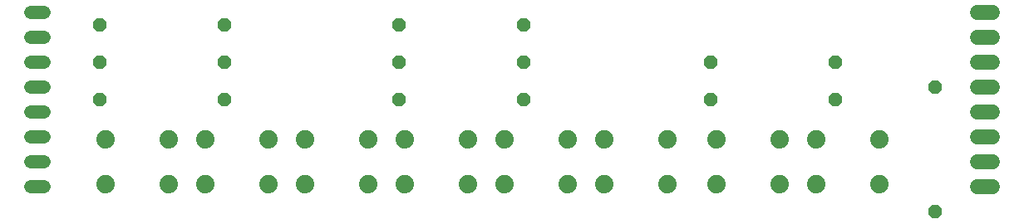
<source format=gbr>
G04 EAGLE Gerber X2 export*
G04 #@! %TF.Part,Single*
G04 #@! %TF.FileFunction,Copper,L1,Top,Mixed*
G04 #@! %TF.FilePolarity,Positive*
G04 #@! %TF.GenerationSoftware,Autodesk,EAGLE,9.0.0*
G04 #@! %TF.CreationDate,2019-08-08T19:12:45Z*
G75*
%MOMM*%
%FSLAX34Y34*%
%LPD*%
%AMOC8*
5,1,8,0,0,1.08239X$1,22.5*%
G01*
%ADD10C,1.524000*%
%ADD11C,1.320800*%
%ADD12C,1.879600*%
%ADD13P,1.429621X8X202.500000*%
%ADD14P,1.429621X8X22.500000*%
%ADD15P,1.429621X8X112.500000*%


D10*
X1046480Y50800D02*
X1061720Y50800D01*
X1061720Y76200D02*
X1046480Y76200D01*
X1046480Y101600D02*
X1061720Y101600D01*
X1061720Y127000D02*
X1046480Y127000D01*
X1046480Y152400D02*
X1061720Y152400D01*
X1061720Y177800D02*
X1046480Y177800D01*
X1046480Y203200D02*
X1061720Y203200D01*
X1061720Y228600D02*
X1046480Y228600D01*
D11*
X95504Y228600D02*
X82296Y228600D01*
X82296Y203200D02*
X95504Y203200D01*
X95504Y177800D02*
X82296Y177800D01*
X82296Y152400D02*
X95504Y152400D01*
X95504Y127000D02*
X82296Y127000D01*
X82296Y101600D02*
X95504Y101600D01*
X95504Y76200D02*
X82296Y76200D01*
X82296Y50800D02*
X95504Y50800D01*
D12*
X157988Y98806D03*
X223012Y98806D03*
X157988Y53594D03*
X223012Y53594D03*
X259588Y98806D03*
X324612Y98806D03*
X259588Y53594D03*
X324612Y53594D03*
X361188Y98806D03*
X426212Y98806D03*
X361188Y53594D03*
X426212Y53594D03*
X462788Y98806D03*
X527812Y98806D03*
X462788Y53594D03*
X527812Y53594D03*
X564388Y98806D03*
X629412Y98806D03*
X564388Y53594D03*
X629412Y53594D03*
X665988Y98806D03*
X731012Y98806D03*
X665988Y53594D03*
X731012Y53594D03*
D13*
X279400Y139700D03*
X152400Y139700D03*
D14*
X152400Y177800D03*
X279400Y177800D03*
X152400Y215900D03*
X279400Y215900D03*
D13*
X584200Y139700D03*
X457200Y139700D03*
D14*
X457200Y177800D03*
X584200Y177800D03*
X457200Y215900D03*
X584200Y215900D03*
D12*
X780288Y98806D03*
X845312Y98806D03*
X780288Y53594D03*
X845312Y53594D03*
X881888Y98806D03*
X946912Y98806D03*
X881888Y53594D03*
X946912Y53594D03*
D13*
X901700Y139700D03*
X774700Y139700D03*
D14*
X774700Y177800D03*
X901700Y177800D03*
D15*
X1003300Y25400D03*
X1003300Y152400D03*
M02*

</source>
